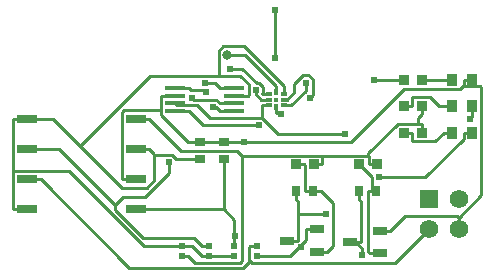
<source format=gtl>
G04 Layer: TopLayer*
G04 EasyEDA v6.5.22, 2023-01-13 20:03:49*
G04 4af29382efde4495a0526e0f4e779ae0,8b4b4f1b4b1740689f263a8d45eed83e,10*
G04 Gerber Generator version 0.2*
G04 Scale: 100 percent, Rotated: No, Reflected: No *
G04 Dimensions in millimeters *
G04 leading zeros omitted , absolute positions ,4 integer and 5 decimal *
%FSLAX45Y45*%
%MOMM*%

%AMMACRO1*21,1,$1,$2,0,0,$3*%
%ADD10C,0.2540*%
%ADD11R,0.8000X0.9000*%
%ADD12R,0.9000X0.8000*%
%ADD13R,1.7501X0.8001*%
%ADD14R,0.8999X1.0000*%
%ADD15R,1.2500X0.7000*%
%ADD16MACRO1,0.864X0.8065X90.0000*%
%ADD17MACRO1,0.54X0.5656X0.0000*%
%ADD18R,0.5400X0.5657*%
%ADD19R,1.8030X0.4064*%
%ADD20R,1.8034X0.4064*%
%ADD21R,0.3000X0.3000*%
%ADD22R,0.3000X0.5000*%
%ADD23R,0.5000X0.3000*%
%ADD24R,1.5748X1.5748*%
%ADD25C,1.5748*%
%ADD26C,0.8080*%
%ADD27C,0.6096*%
%ADD28C,0.0151*%

%LPD*%
D10*
X5752642Y9315704D02*
G01*
X5801588Y9364649D01*
X5801588Y9728784D01*
X5700572Y9829800D01*
X5662168Y9315704D02*
G01*
X5752642Y9315704D01*
X5632602Y9829800D02*
G01*
X5700572Y9829800D01*
X5612282Y9829800D02*
G01*
X5632602Y9829800D01*
X5612282Y9829800D02*
G01*
X5564631Y9829800D01*
X5564631Y9829800D02*
G01*
X5564631Y10049332D01*
X5555564Y10058400D01*
X5487263Y10058400D02*
G01*
X5555564Y10058400D01*
X5502706Y9636429D02*
G01*
X5742914Y9636429D01*
X6908114Y10325100D02*
G01*
X6908114Y10270362D01*
X6582765Y9945014D01*
X6190868Y9945014D01*
X6981088Y10325100D02*
G01*
X6908114Y10325100D01*
X5502706Y9636429D02*
G01*
X5502706Y9746716D01*
X5492597Y9756825D01*
X5502706Y9410700D02*
G01*
X5502706Y9636429D01*
X5492597Y9829800D02*
G01*
X5492597Y9756825D01*
X5412231Y9410700D02*
G01*
X5502706Y9410700D01*
X5049723Y10242702D02*
G01*
X5958230Y10242702D01*
X6407048Y10691520D01*
X6872960Y10691520D01*
X6908114Y10726674D01*
X4949774Y10242702D02*
G01*
X5049723Y10242702D01*
X5256301Y10604500D02*
G01*
X5192115Y10604500D01*
X5146979Y10649635D01*
X5146979Y10684967D01*
X5524779Y9368307D02*
G01*
X5571693Y9415221D01*
X5571693Y9505695D01*
X5211165Y9278518D02*
G01*
X5434990Y9278518D01*
X5524779Y9368307D01*
X5524779Y9368307D02*
G01*
X5534482Y9358604D01*
X5156200Y9278518D02*
G01*
X5211165Y9278518D01*
X4876800Y10242702D02*
G01*
X4949774Y10242702D01*
X5662168Y9505695D02*
G01*
X5571693Y9505695D01*
X6908114Y10726674D02*
G01*
X6915505Y10719282D01*
X7047560Y10719282D01*
X7054951Y10711891D01*
X7054951Y9794443D01*
X6864984Y9604476D01*
X6908114Y10769600D02*
G01*
X6908114Y10726674D01*
X4673600Y10242702D02*
G01*
X4876800Y10242702D01*
X6864984Y9604476D02*
G01*
X6850303Y9619157D01*
X6412204Y9619157D01*
X6286042Y9492995D01*
X6870700Y9512300D02*
G01*
X6870700Y9598761D01*
X6864984Y9604476D01*
X6195568Y9492995D02*
G01*
X6286042Y9492995D01*
X4343450Y10514837D02*
G01*
X4343450Y10470261D01*
X4571009Y10242702D01*
X4673600Y10242702D01*
X4343577Y10636250D02*
G01*
X4343450Y10636122D01*
X4343450Y10514837D01*
X4014825Y9931400D02*
G01*
X4014698Y9931527D01*
X4014698Y10500105D01*
X4029430Y10514837D01*
X4343450Y10514837D01*
X4130293Y9931400D02*
G01*
X4014825Y9931400D01*
X6981088Y10769600D02*
G01*
X6908114Y10769600D01*
X4461713Y10636250D02*
G01*
X4343577Y10636250D01*
X3094710Y10000894D02*
G01*
X3094710Y9677527D01*
X3094837Y9677400D01*
X3094837Y10439400D02*
G01*
X3094710Y10439272D01*
X3094710Y10000894D01*
X4521200Y9365081D02*
G01*
X4201668Y9365081D01*
X3565855Y10000894D01*
X3094710Y10000894D01*
X4749800Y9278518D02*
G01*
X4693691Y9278518D01*
X4607128Y9365081D01*
X4521200Y9365081D01*
X3210306Y9677400D02*
G01*
X3094837Y9677400D01*
X3210306Y10439400D02*
G01*
X3094837Y10439400D01*
X3657244Y10210596D02*
G01*
X3428441Y10439400D01*
X3210306Y10439400D01*
X4832883Y10805668D02*
G01*
X4832883Y11016030D01*
X4872100Y11055248D01*
X5051272Y11055248D01*
X5386298Y10720222D01*
X5386298Y10654487D01*
X5079847Y10636250D02*
G01*
X5088432Y10644835D01*
X5088432Y10735589D01*
X5018354Y10805668D01*
X4832883Y10805668D01*
X4832883Y10805668D02*
G01*
X4252315Y10805668D01*
X3657244Y10210596D01*
X4287113Y10135920D02*
G01*
X4287113Y9921011D01*
X4222750Y9856647D01*
X4011193Y9856647D01*
X3657244Y10210596D01*
X4245762Y10185400D02*
G01*
X4287113Y10144048D01*
X4287113Y10135920D01*
X4673600Y10102697D02*
G01*
X4468469Y10102697D01*
X4435246Y10135920D01*
X4287113Y10135920D01*
X4961712Y10636250D02*
G01*
X5079847Y10636250D01*
X4965700Y9278518D02*
G01*
X4749800Y9278518D01*
X4130293Y10185400D02*
G01*
X4245762Y10185400D01*
X6105093Y9303004D02*
G01*
X6105093Y9310039D01*
X6098031Y9317101D01*
X6098031Y9829800D01*
X6132017Y9829800D02*
G01*
X6132017Y9947046D01*
X6020663Y10058400D01*
X6132017Y9829800D02*
G01*
X6098031Y9829800D01*
X6166002Y9829800D02*
G01*
X6132017Y9829800D01*
X6195568Y9303004D02*
G01*
X6105093Y9303004D01*
X6965619Y10439425D02*
G01*
X6981088Y10454894D01*
X6981088Y10553700D01*
X5990869Y9398000D02*
G01*
X6043371Y9345498D01*
X6043371Y9288932D01*
X5990869Y9398000D02*
G01*
X6036106Y9398000D01*
X5945631Y9398000D02*
G01*
X5990869Y9398000D01*
X6025997Y9793325D02*
G01*
X6025997Y9829800D01*
X6025997Y9793325D02*
G01*
X6025997Y9756825D01*
X6036106Y9398000D02*
G01*
X6036106Y9746716D01*
X6025997Y9756825D01*
X5386298Y10604500D02*
G01*
X5416016Y10604500D01*
X5475731Y10664215D01*
X5475731Y10740110D01*
X5551271Y10815650D01*
X5590159Y10815650D01*
X5629020Y10776788D01*
X5629020Y10638739D01*
X5608447Y10618165D01*
X4604715Y10614025D02*
G01*
X4616907Y10601833D01*
X4814493Y10601833D01*
X4843576Y10572750D01*
X4961712Y10572750D02*
G01*
X4843576Y10572750D01*
X4876800Y9677400D02*
G01*
X4876800Y10034727D01*
X4965700Y9445853D02*
G01*
X4965700Y9588500D01*
X4876800Y9677400D01*
X4965700Y9365081D02*
G01*
X4965700Y9445853D01*
X4973396Y9445853D02*
G01*
X4965700Y9445853D01*
X4876800Y9677400D02*
G01*
X4130293Y9677400D01*
X4876800Y10102697D02*
G01*
X4876800Y10034727D01*
X3955338Y9713239D02*
G01*
X3955338Y9669119D01*
X4188993Y9435464D01*
X4624450Y9435464D01*
X4694834Y9365081D01*
X3268040Y10185400D02*
G01*
X3483178Y10185400D01*
X3955338Y9713239D01*
X4410963Y10077373D02*
G01*
X4410963Y9984282D01*
X4207357Y9780676D01*
X4022775Y9780676D01*
X3955338Y9713239D01*
X6401663Y10769600D02*
G01*
X6333388Y10769600D01*
X6149340Y10772775D02*
G01*
X6330213Y10772775D01*
X6333388Y10769600D01*
X4749800Y9365081D02*
G01*
X4694834Y9365081D01*
X3210306Y10185400D02*
G01*
X3268040Y10185400D01*
X4461713Y10572750D02*
G01*
X4478985Y10555478D01*
X4650486Y10555478D01*
X4757724Y10448239D01*
X5203342Y10448239D01*
X5203342Y10448239D02*
G01*
X5339232Y10312349D01*
X5901690Y10312349D01*
X5203342Y10554487D02*
G01*
X5203342Y10448239D01*
X5256301Y10554487D02*
G01*
X5203342Y10554487D01*
X5101437Y9237776D02*
G01*
X5118328Y9220860D01*
X6325260Y9220860D01*
X6616700Y9512300D01*
X5101234Y9365081D02*
G01*
X5090159Y9354007D01*
X5090159Y9249029D01*
X5101437Y9237776D01*
X3325774Y9931400D02*
G01*
X4078173Y9179001D01*
X5042661Y9179001D01*
X5101437Y9237776D01*
X3210306Y9931400D02*
G01*
X3325774Y9931400D01*
X5156200Y9365081D02*
G01*
X5101234Y9365081D01*
X6552336Y10553700D02*
G01*
X6552336Y10482529D01*
X6552336Y10325100D02*
G01*
X6552336Y10396270D01*
X6520535Y10396550D02*
G01*
X6348475Y10396550D01*
X6100038Y10148112D01*
X6100038Y10129697D01*
X6552336Y10396270D02*
G01*
X6520815Y10396270D01*
X6520535Y10396550D01*
X6552336Y10482529D02*
G01*
X6520535Y10450728D01*
X6520535Y10396550D01*
X5031943Y10129697D02*
G01*
X4990845Y10170795D01*
X4514367Y10170795D01*
X4245762Y10439400D01*
X5706211Y10129697D02*
G01*
X5031943Y10129697D01*
X4576165Y9278518D02*
G01*
X4632528Y9222155D01*
X5013401Y9222155D01*
X5031943Y9240697D01*
X5031943Y10129697D01*
X6171336Y10058400D02*
G01*
X6103035Y10058400D01*
X6100038Y10129697D02*
G01*
X5706211Y10129697D01*
X5706211Y10129697D02*
G01*
X5706211Y10058400D01*
X6103035Y10058400D02*
G01*
X6103035Y10126700D01*
X6100038Y10129697D01*
X4130293Y10439400D02*
G01*
X4245762Y10439400D01*
X4521200Y9278518D02*
G01*
X4576165Y9278518D01*
X5637936Y10058400D02*
G01*
X5706211Y10058400D01*
X4843576Y10506710D02*
G01*
X4809159Y10541127D01*
X4788509Y10541127D01*
X4961712Y10506710D02*
G01*
X4843576Y10506710D01*
X5386298Y10554487D02*
G01*
X5445658Y10554487D01*
X5570397Y10679226D01*
X5570397Y10743819D01*
X5570423Y10743819D01*
X6552336Y10769600D02*
G01*
X6811086Y10769600D01*
X6469964Y10553700D02*
G01*
X6469964Y10622000D01*
X6472961Y10624997D01*
X6625386Y10624997D01*
X6696684Y10553700D01*
X6738111Y10553700D01*
X6811086Y10553700D02*
G01*
X6738111Y10553700D01*
X6401663Y10553700D02*
G01*
X6469964Y10553700D01*
X6811086Y10325100D02*
G01*
X6738111Y10325100D01*
X6401663Y10325100D02*
G01*
X6469964Y10325100D01*
X6469964Y10325100D02*
G01*
X6469964Y10256799D01*
X6474637Y10252125D01*
X6665137Y10252125D01*
X6738111Y10325100D01*
X5203342Y10654487D02*
G01*
X5203342Y10658500D01*
X5205526Y10660684D01*
X5205526Y10709249D01*
X5171262Y10743514D01*
X5157292Y10743514D01*
X5034432Y10866374D01*
X4925618Y10866374D01*
X4579823Y10702289D02*
G01*
X4598974Y10683138D01*
X4716525Y10683138D01*
X4729454Y10670209D01*
X5256301Y10654487D02*
G01*
X5203342Y10654487D01*
X4461713Y10702289D02*
G01*
X4579823Y10702289D01*
X5321300Y10544505D02*
G01*
X5321300Y10491546D01*
X5321300Y10491546D02*
G01*
X5356504Y10491546D01*
X5364937Y10483113D01*
X4461713Y10506710D02*
G01*
X4579848Y10506710D01*
X5171338Y10386771D02*
G01*
X4699787Y10386771D01*
X4579848Y10506710D01*
X4961712Y10702289D02*
G01*
X4843576Y10702289D01*
X4843576Y10702289D02*
G01*
X4798745Y10747120D01*
X4719193Y10747120D01*
X5321300Y10664494D02*
G01*
X5321300Y10717453D01*
X5321300Y10717453D02*
G01*
X5053253Y10985500D01*
X4902200Y10985500D01*
X5308600Y10960100D02*
G01*
X5308600Y11366500D01*
D11*
G01*
X5632602Y9829800D03*
G01*
X5492597Y9829800D03*
D12*
G01*
X4673600Y10242702D03*
G01*
X4673600Y10102697D03*
D11*
G01*
X6166002Y9829800D03*
G01*
X6025997Y9829800D03*
D12*
G01*
X4876800Y10242702D03*
G01*
X4876800Y10102697D03*
D13*
G01*
X3210306Y10439400D03*
G01*
X3210306Y10185400D03*
G01*
X3210306Y9931400D03*
G01*
X3210306Y9677400D03*
G01*
X4130293Y9677400D03*
G01*
X4130293Y9931400D03*
G01*
X4130293Y10185400D03*
G01*
X4130293Y10439400D03*
D14*
G01*
X6981088Y10769600D03*
G01*
X6811086Y10769600D03*
G01*
X6981088Y10553700D03*
G01*
X6811086Y10553700D03*
G01*
X6981088Y10325100D03*
G01*
X6811086Y10325100D03*
D15*
G01*
X5412231Y9410700D03*
G01*
X5662168Y9505695D03*
G01*
X5662168Y9315704D03*
G01*
X5945631Y9398000D03*
G01*
X6195568Y9492995D03*
G01*
X6195568Y9303004D03*
D16*
G01*
X5637924Y10058400D03*
G01*
X5487275Y10058400D03*
G01*
X6171324Y10058400D03*
G01*
X6020675Y10058400D03*
G01*
X6552324Y10553700D03*
G01*
X6401675Y10553700D03*
G01*
X6552324Y10769600D03*
G01*
X6401675Y10769600D03*
G01*
X6552324Y10325100D03*
G01*
X6401675Y10325100D03*
D17*
G01*
X4521200Y9365082D03*
D18*
G01*
X4521200Y9278518D03*
D17*
G01*
X4749800Y9365082D03*
D18*
G01*
X4749800Y9278518D03*
D17*
G01*
X5156200Y9365082D03*
D18*
G01*
X5156200Y9278518D03*
D17*
G01*
X4965700Y9278517D03*
D18*
G01*
X4965700Y9365081D03*
D19*
G01*
X4461687Y10702289D03*
D20*
G01*
X4461713Y10636250D03*
G01*
X4461713Y10572750D03*
G01*
X4461713Y10506710D03*
G01*
X4961712Y10506710D03*
G01*
X4961712Y10572750D03*
G01*
X4961712Y10636250D03*
G01*
X4961712Y10702289D03*
D21*
G01*
X5321300Y10604500D03*
D22*
G01*
X5321300Y10664494D03*
D23*
G01*
X5386298Y10654487D03*
G01*
X5386298Y10604500D03*
G01*
X5386298Y10554487D03*
D22*
G01*
X5321300Y10544505D03*
D23*
G01*
X5256301Y10554512D03*
G01*
X5256301Y10604500D03*
G01*
X5256301Y10654487D03*
D24*
G01*
X6616700Y9766300D03*
D25*
G01*
X6870700Y9766300D03*
G01*
X6616700Y9512300D03*
G01*
X6870700Y9512300D03*
D26*
G01*
X4902200Y10985500D03*
D27*
G01*
X6190868Y9945014D03*
G01*
X5742914Y9636429D03*
G01*
X5049723Y10242702D03*
G01*
X5146979Y10684967D03*
G01*
X5534482Y9358604D03*
G01*
X6965619Y10439425D03*
G01*
X6043371Y9288932D03*
G01*
X4604715Y10614025D03*
G01*
X5608447Y10618165D03*
G01*
X4973396Y9445853D03*
G01*
X6149340Y10772775D03*
G01*
X4410963Y10077373D03*
G01*
X5901690Y10312349D03*
G01*
X4788509Y10541127D03*
G01*
X5570423Y10743819D03*
G01*
X4729454Y10670209D03*
G01*
X4925618Y10866374D03*
G01*
X5171338Y10386771D03*
G01*
X5364937Y10483113D03*
G01*
X4719193Y10747120D03*
G01*
X5308600Y10960100D03*
G01*
X5308600Y11366500D03*
M02*

</source>
